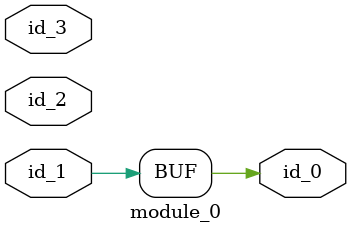
<source format=v>
module module_0 (
    output id_0,
    input  id_1,
    input  id_2,
    input  id_3
);
  assign id_0 = id_1;
endmodule

</source>
